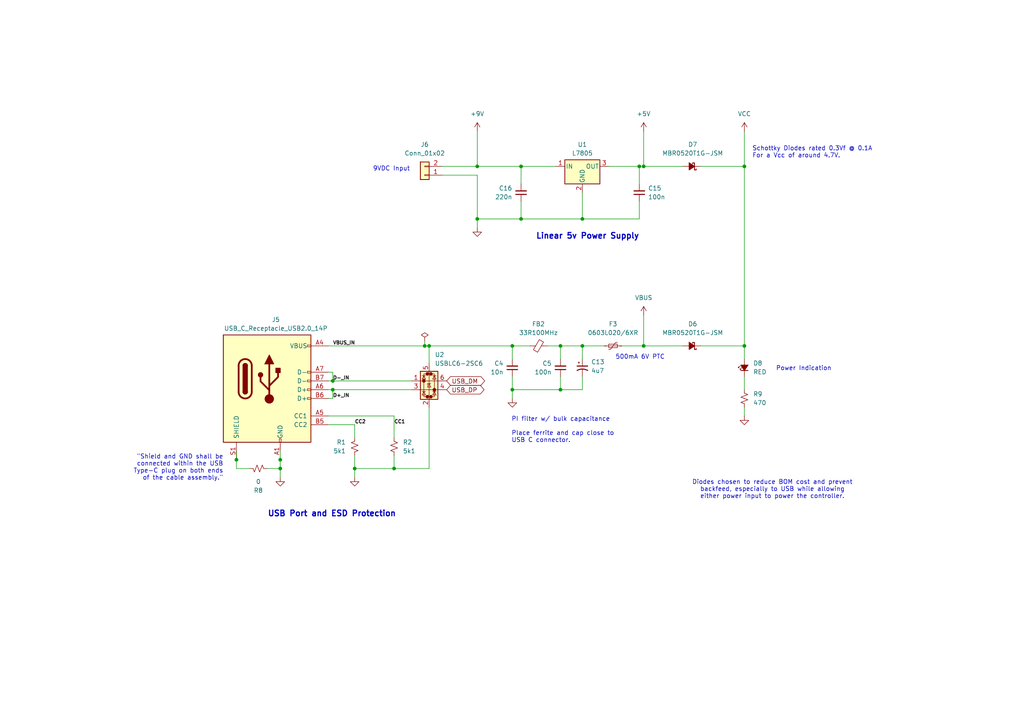
<source format=kicad_sch>
(kicad_sch (version 20250114) (generator "eeschema") (generator_version "9.0")
  (paper "A4")
  (lib_symbols
    (symbol "Connector:USB_C_Receptacle_USB2.0_14P" (pin_names (offset 1.016))
      (property "Reference" "J2" (at 0 26.67 0))
      (property "Value" "USB_C_Receptacle_USB2.0_14P" (at 0 24.13 0))
      (symbol "USB_C_Receptacle_USB2.0_14P_0_0"
        (rectangle (start 1.016 -8.89) (end 1.524 -7.874))
        (rectangle (start 10.16 19.304) (end 9.144 18.796))
        (rectangle (start 10.16 11.684) (end 9.144 11.176))
        (rectangle (start 10.16 9.144) (end 9.144 8.636))
        (rectangle (start 10.16 6.604) (end 9.144 6.096))
        (rectangle (start 10.16 4.064) (end 9.144 3.556))
      )
      (symbol "USB_C_Receptacle_USB2.0_14P_0_1"
        (rectangle (start -15.24 22.225) (end 10.16 -8.89) (stroke (width 0.254)) (fill (type background)))
        (polyline (pts (xy -10.795 5.715) (xy -10.795 13.335)) (stroke (width 0.508)))
        (rectangle (start -9.525 5.715) (end -8.255 13.335) (stroke (width 0.254)) (fill (type outline)))
        (arc (start -9.525 13.335) (mid -8.89 13.9673) (end -8.255 13.335) (stroke (width 0.254)))
        (arc (start -9.525 13.335) (mid -8.89 13.9673) (end -8.255 13.335) (stroke (width 0.254)) (fill (type outline)))
        (arc (start -10.795 13.335) (mid -8.89 15.2317) (end -6.985 13.335) (stroke (width 0.508)))
        (arc (start -6.985 5.715) (mid -8.89 3.8183) (end -10.795 5.715) (stroke (width 0.508)))
        (arc (start -8.255 5.715) (mid -8.89 5.0827) (end -9.525 5.715) (stroke (width 0.254)))
        (arc (start -8.255 5.715) (mid -8.89 5.0827) (end -9.525 5.715) (stroke (width 0.254)) (fill (type outline)))
        (polyline (pts (xy -6.985 13.335) (xy -6.985 5.715)) (stroke (width 0.508)))
        (circle (center -4.445 10.668) (radius 0.635) (stroke (width 0.254)) (fill (type outline)))
        (polyline (pts (xy -3.175 13.843) (xy -1.905 16.383) (xy -0.635 13.843) (xy -3.175 13.843)) (stroke (width 0.254)) (fill (type outline)))
        (polyline (pts (xy -1.905 7.493) (xy 0.635 10.033) (xy 0.635 11.303)) (stroke (width 0.508)))
        (polyline (pts (xy -1.905 6.223) (xy -4.445 8.763) (xy -4.445 10.033)) (stroke (width 0.508)))
        (circle (center -1.905 3.683) (radius 1.27) (fill (type outline)))
        (polyline (pts (xy -1.905 3.683) (xy -1.905 13.843)) (stroke (width 0.508)))
        (rectangle (start 0 11.303) (end 1.27 12.573) (stroke (width 0.254)) (fill (type outline)))
      )
      (symbol "USB_C_Receptacle_USB2.0_14P_1_1"
        (pin passive line (at -11.43 -13.97 90) (length 5.08) (name "SHIELD") (number "S1"))
        (pin passive line (at 1.27 -13.97 90) (length 5.08) (name "GND") (number "A1"))
        (pin passive line (at 1.27 -13.97 90) (length 5.08) (hide yes) (name "GND") (number "A12"))
        (pin passive line (at 1.27 -13.97 90) (length 5.08) (hide yes) (name "GND") (number "B1"))
        (pin passive line (at 1.27 -13.97 90) (length 5.08) (hide yes) (name "GND") (number "B12"))
        (pin passive line (at 15.24 19.05 180) (length 5.08) (name "VBUS") (number "A4"))
        (pin passive line (at 15.24 19.05 180) (length 5.08) (hide yes) (name "VBUS") (number "A9"))
        (pin passive line (at 15.24 19.05 180) (length 5.08) (hide yes) (name "VBUS") (number "B4"))
        (pin passive line (at 15.24 19.05 180) (length 5.08) (hide yes) (name "VBUS") (number "B9"))
        (pin bidirectional line (at 15.24 11.43 180) (length 5.08) (name "D-") (number "A7"))
        (pin bidirectional line (at 15.24 8.89 180) (length 5.08) (name "D-") (number "B7"))
        (pin bidirectional line (at 15.24 6.35 180) (length 5.08) (name "D+") (number "A6"))
        (pin bidirectional line (at 15.24 3.81 180) (length 5.08) (name "D+") (number "B6"))
        (pin bidirectional line (at 15.24 -1.27 180) (length 5.08) (name "CC1") (number "A5"))
        (pin bidirectional line (at 15.24 -3.81 180) (length 5.08) (name "CC2") (number "B5"))
      )
    )
    (symbol "Connector_Generic:Conn_01x02" (pin_names (offset 1.016) (hide yes))
      (property "Reference" "J" (at 0 2.54 0))
      (property "Value" "Conn_01x02" (at 0 -5.08 0))
      (symbol "Conn_01x02_1_1"
        (rectangle (start -1.27 1.27) (end 1.27 -3.81) (stroke (width 0.254)) (fill (type background)))
        (rectangle (start -1.27 0.127) (end 0 -0.127) (stroke (width 0.1524)))
        (rectangle (start -1.27 -2.413) (end 0 -2.667) (stroke (width 0.1524)))
        (pin passive line (at -5.08 0 0) (length 3.81) (name "Pin_1") (number "1"))
        (pin passive line (at -5.08 -2.54 0) (length 3.81) (name "Pin_2") (number "2"))
      )
    )
    (symbol "Device:C_Polarized_Small_US" (pin_numbers (hide yes)) (pin_names (offset 0.254) (hide yes))
      (property "Reference" "C" (at 0.254 1.778 0))
      (property "Value" "C_Polarized_Small_US" (at 0.254 -2.032 0))
      (symbol "C_Polarized_Small_US_0_1"
        (polyline (pts (xy -1.524 0.508) (xy 1.524 0.508)) (stroke (width 0.3048)))
        (polyline (pts (xy -1.27 1.524) (xy -0.762 1.524)))
        (polyline (pts (xy -1.016 1.27) (xy -1.016 1.778)))
        (arc (start -1.524 -0.762) (mid 0 -0.3734) (end 1.524 -0.762) (stroke (width 0.3048)))
      )
      (symbol "C_Polarized_Small_US_1_1"
        (pin passive line (at 0 2.54 270) (length 2.032) (name "~") (number "1"))
        (pin passive line (at 0 -2.54 90) (length 2.032) (name "~") (number "2"))
      )
    )
    (symbol "Device:C_Small" (pin_numbers (hide yes)) (pin_names (offset 0.254) (hide yes))
      (property "Reference" "C" (at 0.254 1.778 0))
      (property "Value" "C_Small" (at 0.254 -2.032 0))
      (symbol "C_Small_0_1"
        (polyline (pts (xy -1.524 0.508) (xy 1.524 0.508)) (stroke (width 0.3048)))
        (polyline (pts (xy -1.524 -0.508) (xy 1.524 -0.508)) (stroke (width 0.3302)))
      )
      (symbol "C_Small_1_1"
        (pin passive line (at 0 2.54 270) (length 2.032) (name "~") (number "1"))
        (pin passive line (at 0 -2.54 90) (length 2.032) (name "~") (number "2"))
      )
    )
    (symbol "Device:D_Schottky_Small_Filled" (pin_numbers (hide yes)) (pin_names (offset 0.254) (hide yes))
      (property "Reference" "D" (at -1.27 2.032 0))
      (property "Value" "D_Schottky_Small_Filled" (at -7.112 -2.032 0))
      (symbol "D_Schottky_Small_Filled_0_1"
        (polyline (pts (xy -1.27 0.762) (xy -1.27 1.016) (xy -0.762 1.016) (xy -0.762 -1.016) (xy -0.254 -1.016) (xy -0.254 -0.762)) (stroke (width 0.254)))
        (polyline (pts (xy -0.762 0) (xy 0.762 0)))
        (polyline (pts (xy 0.762 -1.016) (xy -0.762 0) (xy 0.762 1.016) (xy 0.762 -1.016)) (stroke (width 0.254)) (fill (type outline)))
      )
      (symbol "D_Schottky_Small_Filled_1_1"
        (pin passive line (at -2.54 0 0) (length 1.778) (name "K") (number "1"))
        (pin passive line (at 2.54 0 180) (length 1.778) (name "A") (number "2"))
      )
    )
    (symbol "Device:FerriteBead_Small" (pin_numbers (hide yes)) (pin_names (offset 0))
      (property "Reference" "FB" (at 1.905 1.27 0))
      (property "Value" "FerriteBead_Small" (at 1.905 -1.27 0))
      (symbol "FerriteBead_Small_0_1"
        (polyline (pts (xy -1.8288 0.2794) (xy -1.1176 1.4986) (xy 1.8288 -0.2032) (xy 1.1176 -1.4224) (xy -1.8288 0.2794)))
        (polyline (pts (xy 0 0.889) (xy 0 1.2954)))
        (polyline (pts (xy 0 -1.27) (xy 0 -0.7874)))
      )
      (symbol "FerriteBead_Small_1_1"
        (pin passive line (at 0 2.54 270) (length 1.27) (name "~") (number "1"))
        (pin passive line (at 0 -2.54 90) (length 1.27) (name "~") (number "2"))
      )
    )
    (symbol "Device:LED_Small_Filled" (pin_numbers (hide yes)) (pin_names (offset 0.254) (hide yes))
      (property "Reference" "D" (at -1.27 3.175 0))
      (property "Value" "LED_Small_Filled" (at -4.445 -2.54 0))
      (symbol "LED_Small_Filled_0_1"
        (polyline (pts (xy -0.762 -1.016) (xy -0.762 1.016)) (stroke (width 0.254)))
        (polyline (pts (xy 0 0.762) (xy -0.508 1.27) (xy -0.254 1.27) (xy -0.508 1.27) (xy -0.508 1.016)))
        (polyline (pts (xy 0.508 1.27) (xy 0 1.778) (xy 0.254 1.778) (xy 0 1.778) (xy 0 1.524)))
        (polyline (pts (xy 0.762 -1.016) (xy -0.762 0) (xy 0.762 1.016) (xy 0.762 -1.016)) (stroke (width 0.254)) (fill (type outline)))
        (polyline (pts (xy 1.016 0) (xy -0.762 0)))
      )
      (symbol "LED_Small_Filled_1_1"
        (pin passive line (at -2.54 0 0) (length 1.778) (name "K") (number "1"))
        (pin passive line (at 2.54 0 180) (length 1.778) (name "A") (number "2"))
      )
    )
    (symbol "Device:Polyfuse_Small" (pin_numbers (hide yes)) (pin_names (offset 0))
      (property "Reference" "F" (at -1.905 0 90))
      (property "Value" "Polyfuse_Small" (at 1.905 0 90))
      (symbol "Polyfuse_Small_0_1"
        (polyline (pts (xy -1.016 1.27) (xy -1.016 0.762) (xy 1.016 -0.762) (xy 1.016 -1.27)))
        (rectangle (start -0.508 1.27) (end 0.508 -1.27))
        (polyline (pts (xy 0 2.54) (xy 0 -2.54)))
      )
      (symbol "Polyfuse_Small_1_1"
        (pin passive line (at 0 2.54 270) (length 0.635) (name "~") (number "1"))
        (pin passive line (at 0 -2.54 90) (length 0.635) (name "~") (number "2"))
      )
    )
    (symbol "Device:R_Small_US" (pin_numbers (hide yes)) (pin_names (offset 0.254) (hide yes))
      (property "Reference" "R" (at 0.762 0.508 0))
      (property "Value" "R_Small_US" (at 0.762 -1.016 0))
      (symbol "R_Small_US_1_1"
        (polyline (pts (xy 0 1.524) (xy 1.016 1.143) (xy 0 0.762) (xy -1.016 0.381) (xy 0 0)))
        (polyline (pts (xy 0 0) (xy 1.016 -0.381) (xy 0 -0.762) (xy -1.016 -1.143) (xy 0 -1.524)))
        (pin passive line (at 0 2.54 270) (length 1.016) (name "~") (number "1"))
        (pin passive line (at 0 -2.54 90) (length 1.016) (name "~") (number "2"))
      )
    )
    (symbol "Power_Protection:USBLC6-2SC6" (pin_names (hide yes))
      (property "Reference" "U" (at 0.635 5.715 0))
      (property "Value" "USBLC6-2SC6" (at 0.635 3.81 0))
      (symbol "USBLC6-2SC6_0_0"
        (circle (center -1.524 0) (radius 0.0001) (stroke (width 0.508)))
        (circle (center -0.508 2.032) (radius 0.0001) (stroke (width 0.508)))
        (circle (center -0.508 -4.572) (radius 0.0001) (stroke (width 0.508)))
        (circle (center 0.508 2.032) (radius 0.0001) (stroke (width 0.508)))
        (circle (center 0.508 -4.572) (radius 0.0001) (stroke (width 0.508)))
        (circle (center 1.524 -2.54) (radius 0.0001) (stroke (width 0.508)))
      )
      (symbol "USBLC6-2SC6_0_1"
        (polyline (pts (xy -2.54 0) (xy 2.54 0)))
        (polyline (pts (xy -2.54 -2.54) (xy 2.54 -2.54)))
        (polyline (pts (xy -2.032 0.508) (xy -1.016 0.508) (xy -1.524 1.524) (xy -2.032 0.508)))
        (polyline (pts (xy -2.032 -3.048) (xy -1.016 -3.048)))
        (polyline (pts (xy -1.016 1.524) (xy -2.032 1.524)))
        (polyline (pts (xy -1.016 -4.064) (xy -2.032 -4.064) (xy -1.524 -3.048) (xy -1.016 -4.064)))
        (polyline (pts (xy -0.508 -1.143) (xy -0.508 -0.762) (xy 0.508 -0.762)))
        (polyline (pts (xy 0 2.54) (xy -0.508 2.032) (xy 0.508 2.032) (xy 0 1.524) (xy 0 -4.064) (xy -0.508 -4.572) (xy 0.508 -4.572) (xy 0 -5.08)))
        (polyline (pts (xy 0.508 -1.778) (xy -0.508 -1.778) (xy 0 -0.762) (xy 0.508 -1.778)))
        (polyline (pts (xy 1.016 1.524) (xy 2.032 1.524)))
        (polyline (pts (xy 1.016 -3.048) (xy 2.032 -3.048)))
        (polyline (pts (xy 2.032 0.508) (xy 1.016 0.508) (xy 1.524 1.524) (xy 2.032 0.508)))
        (polyline (pts (xy 2.032 -4.064) (xy 1.016 -4.064) (xy 1.524 -3.048) (xy 2.032 -4.064)))
      )
      (symbol "USBLC6-2SC6_1_1"
        (rectangle (start -2.54 2.794) (end 2.54 -5.334) (stroke (width 0.254)) (fill (type background)))
        (polyline (pts (xy -0.508 2.032) (xy -1.524 2.032) (xy -1.524 -4.572) (xy -0.508 -4.572)))
        (polyline (pts (xy 0.508 -4.572) (xy 1.524 -4.572) (xy 1.524 2.032) (xy 0.508 2.032)))
        (pin passive line (at -5.08 0 0) (length 2.54) (name "I/O1") (number "1"))
        (pin passive line (at -5.08 -2.54 0) (length 2.54) (name "I/O2") (number "3"))
        (pin passive line (at 0 5.08 270) (length 2.54) (name "VBUS") (number "5"))
        (pin passive line (at 0 -7.62 90) (length 2.54) (name "GND") (number "2"))
        (pin passive line (at 5.08 0 180) (length 2.54) (name "I/O1") (number "6"))
        (pin passive line (at 5.08 -2.54 180) (length 2.54) (name "I/O2") (number "4"))
      )
    )
    (symbol "Regulator_Linear:L7805" (pin_names (offset 0.254))
      (property "Reference" "U" (at -3.81 3.175 0))
      (property "Value" "L7805" (at 0 3.175 0))
      (symbol "L7805_0_1"
        (rectangle (start -5.08 1.905) (end 5.08 -5.08) (stroke (width 0.254)) (fill (type background)))
      )
      (symbol "L7805_1_1"
        (pin power_in line (at -7.62 0 0) (length 2.54) (name "IN") (number "1"))
        (pin power_in line (at 0 -7.62 90) (length 2.54) (name "GND") (number "2"))
        (pin power_out line (at 7.62 0 180) (length 2.54) (name "OUT") (number "3"))
      )
    )
    (symbol "power:+5V" (power) (pin_numbers (hide yes)) (pin_names (offset 0) (hide yes))
      (property "Value" "+5V" (at 0 3.556 0))
      (symbol "+5V_0_1"
        (polyline (pts (xy -0.762 1.27) (xy 0 2.54)))
        (polyline (pts (xy 0 2.54) (xy 0.762 1.27)))
        (polyline (pts (xy 0 0) (xy 0 2.54)))
      )
      (symbol "+5V_1_1"
        (pin power_in line (at 0 0 90) (length 0) (name "~") (number "1"))
      )
    )
    (symbol "power:+9V" (power) (pin_numbers (hide yes)) (pin_names (offset 0) (hide yes))
      (property "Value" "+9V" (at 0 3.556 0))
      (symbol "+9V_0_1"
        (polyline (pts (xy -0.762 1.27) (xy 0 2.54)))
        (polyline (pts (xy 0 2.54) (xy 0.762 1.27)))
        (polyline (pts (xy 0 0) (xy 0 2.54)))
      )
      (symbol "+9V_1_1"
        (pin power_in line (at 0 0 90) (length 0) (name "~") (number "1"))
      )
    )
    (symbol "power:GND" (power) (pin_numbers (hide yes)) (pin_names (offset 0) (hide yes))
      (property "Value" "GND" (at 0 -3.81 0))
      (symbol "GND_0_1"
        (polyline (pts (xy 0 0) (xy 0 -1.27) (xy 1.27 -1.27) (xy 0 -2.54) (xy -1.27 -1.27) (xy 0 -1.27)))
      )
      (symbol "GND_1_1"
        (pin power_in line (at 0 0 270) (length 0) (name "~") (number "1"))
      )
    )
    (symbol "power:PWR_FLAG" (power) (pin_numbers (hide yes)) (pin_names (offset 0) (hide yes))
      (property "Value" "PWR_FLAG" (at 0 3.81 0))
      (symbol "PWR_FLAG_0_0"
        (pin power_out line (at 0 0 90) (length 0) (name "~") (number "1"))
      )
      (symbol "PWR_FLAG_0_1"
        (polyline (pts (xy 0 0) (xy 0 1.27) (xy -1.016 1.905) (xy 0 2.54) (xy 1.016 1.905) (xy 0 1.27)))
      )
    )
    (symbol "power:VBUS" (power) (pin_numbers (hide yes)) (pin_names (offset 0) (hide yes))
      (property "Value" "VBUS" (at 0 3.556 0))
      (symbol "VBUS_0_1"
        (polyline (pts (xy -0.762 1.27) (xy 0 2.54)))
        (polyline (pts (xy 0 2.54) (xy 0.762 1.27)))
        (polyline (pts (xy 0 0) (xy 0 2.54)))
      )
      (symbol "VBUS_1_1"
        (pin power_in line (at 0 0 90) (length 0) (name "~") (number "1"))
      )
    )
    (symbol "power:VCC" (power) (pin_numbers (hide yes)) (pin_names (offset 0) (hide yes))
      (property "Value" "VCC" (at 0 3.556 0))
      (symbol "VCC_0_1"
        (polyline (pts (xy -0.762 1.27) (xy 0 2.54)))
        (polyline (pts (xy 0 2.54) (xy 0.762 1.27)))
        (polyline (pts (xy 0 0) (xy 0 2.54)))
      )
      (symbol "VCC_1_1"
        (pin power_in line (at 0 0 90) (length 0) (name "~") (number "1"))
      )
    )
  )
  (text "9VDC Input" (at 113.538 49.022 0) (effects (font (size 1.27 1.27))))
  (text "Linear 5v Power Supply" (at 170.434 68.58 0) (effects (font (size 1.651 1.651) (thickness 0.3302) (bold yes))))
  (text "\"Shield and GND shall be\nconnected within the USB\nType-C plug on both ends\nof the cable assembly.\"" (at 64.77 135.636 0) (effects (font (size 1.27 1.27)) (justify right)))
  (text "Diodes chosen to reduce BOM cost and prevent\nbackfeed, especially to USB while allowing\neither power input to power the controller." (at 224.028 141.986 0) (effects (font (size 1.27 1.27))))
  (text "PI filter w/ bulk capacitance\n\nPlace ferrite and cap close to\nUSB C connector." (at 148.336 124.714 0) (effects (font (size 1.27 1.27)) (justify left)))
  (text "500mA 6V PTC" (at 185.674 103.632 0) (effects (font (size 1.27 1.27))))
  (text "Power Indication" (at 225.044 106.934 0) (effects (font (size 1.27 1.27)) (justify left)))
  (text "Schottky Diodes rated 0.3Vf @ 0.1A\nFor a Vcc of around 4.7V." (at 218.186 44.196 0) (effects (font (size 1.27 1.27)) (justify left)))
  (text "USB Port and ESD Protection" (at 96.266 149.098 0) (effects (font (size 1.651 1.651) (thickness 0.3302) (bold yes))))
  (junction (at 215.9 48.26))
  (junction (at 168.91 63.5))
  (junction (at 148.59 113.03))
  (junction (at 102.87 135.89))
  (junction (at 138.43 48.26))
  (junction (at 96.52 113.03))
  (junction (at 185.42 48.26))
  (junction (at 186.69 48.26))
  (junction (at 81.28 133.35))
  (junction (at 162.56 113.03))
  (junction (at 81.28 135.89))
  (junction (at 138.43 63.5))
  (junction (at 151.13 63.5))
  (junction (at 96.52 110.49))
  (junction (at 114.3 135.89))
  (junction (at 215.9 100.33))
  (junction (at 68.58 133.35))
  (junction (at 162.56 100.33))
  (junction (at 148.59 100.33))
  (junction (at 186.69 100.33))
  (junction (at 124.46 100.33))
  (junction (at 168.91 100.33))
  (junction (at 123.19 100.33))
  (junction (at 151.13 48.26))
  (wire (pts (xy 95.25 110.49) (xy 96.52 110.49)))
  (wire (pts (xy 215.9 118.11) (xy 215.9 120.65)))
  (wire (pts (xy 123.19 99.06) (xy 123.19 100.33)))
  (wire (pts (xy 151.13 63.5) (xy 138.43 63.5)))
  (wire (pts (xy 215.9 100.33) (xy 203.2 100.33)))
  (wire (pts (xy 186.69 48.26) (xy 185.42 48.26)))
  (wire (pts (xy 168.91 100.33) (xy 168.91 104.14)))
  (wire (pts (xy 114.3 132.08) (xy 114.3 135.89)))
  (wire (pts (xy 124.46 100.33) (xy 124.46 105.41)))
  (wire (pts (xy 168.91 55.88) (xy 168.91 63.5)))
  (wire (pts (xy 96.52 110.49) (xy 119.38 110.49)))
  (wire (pts (xy 168.91 109.22) (xy 168.91 113.03)))
  (wire (pts (xy 151.13 58.42) (xy 151.13 63.5)))
  (wire (pts (xy 138.43 66.04) (xy 138.43 63.5)))
  (wire (pts (xy 185.42 58.42) (xy 185.42 63.5)))
  (wire (pts (xy 158.75 100.33) (xy 162.56 100.33)))
  (wire (pts (xy 186.69 91.44) (xy 186.69 100.33)))
  (wire (pts (xy 95.25 113.03) (xy 96.52 113.03)))
  (wire (pts (xy 81.28 135.89) (xy 77.47 135.89)))
  (wire (pts (xy 96.52 115.57) (xy 96.52 113.03)))
  (wire (pts (xy 148.59 113.03) (xy 162.56 113.03)))
  (wire (pts (xy 124.46 100.33) (xy 148.59 100.33)))
  (wire (pts (xy 215.9 100.33) (xy 215.9 104.14)))
  (wire (pts (xy 96.52 110.49) (xy 96.52 107.95)))
  (wire (pts (xy 162.56 100.33) (xy 168.91 100.33)))
  (wire (pts (xy 186.69 38.1) (xy 186.69 48.26)))
  (wire (pts (xy 180.34 100.33) (xy 186.69 100.33)))
  (wire (pts (xy 68.58 135.89) (xy 72.39 135.89)))
  (wire (pts (xy 114.3 135.89) (xy 124.46 135.89)))
  (wire (pts (xy 168.91 100.33) (xy 175.26 100.33)))
  (wire (pts (xy 148.59 100.33) (xy 153.67 100.33)))
  (wire (pts (xy 81.28 130.81) (xy 81.28 133.35)))
  (wire (pts (xy 114.3 120.65) (xy 114.3 127)))
  (wire (pts (xy 96.52 107.95) (xy 95.25 107.95)))
  (wire (pts (xy 176.53 48.26) (xy 185.42 48.26)))
  (wire (pts (xy 185.42 53.34) (xy 185.42 48.26)))
  (wire (pts (xy 138.43 48.26) (xy 128.27 48.26)))
  (wire (pts (xy 168.91 63.5) (xy 151.13 63.5)))
  (wire (pts (xy 102.87 127) (xy 102.87 123.19)))
  (wire (pts (xy 138.43 50.8) (xy 128.27 50.8)))
  (wire (pts (xy 138.43 63.5) (xy 138.43 50.8)))
  (wire (pts (xy 148.59 109.22) (xy 148.59 113.03)))
  (wire (pts (xy 138.43 48.26) (xy 151.13 48.26)))
  (wire (pts (xy 95.25 100.33) (xy 123.19 100.33)))
  (wire (pts (xy 68.58 133.35) (xy 68.58 135.89)))
  (wire (pts (xy 215.9 38.1) (xy 215.9 48.26)))
  (wire (pts (xy 102.87 135.89) (xy 102.87 138.43)))
  (wire (pts (xy 215.9 109.22) (xy 215.9 113.03)))
  (wire (pts (xy 148.59 113.03) (xy 148.59 115.57)))
  (wire (pts (xy 162.56 113.03) (xy 168.91 113.03)))
  (wire (pts (xy 81.28 133.35) (xy 81.28 135.89)))
  (wire (pts (xy 186.69 48.26) (xy 198.12 48.26)))
  (wire (pts (xy 138.43 38.1) (xy 138.43 48.26)))
  (wire (pts (xy 96.52 113.03) (xy 119.38 113.03)))
  (wire (pts (xy 123.19 100.33) (xy 124.46 100.33)))
  (wire (pts (xy 95.25 120.65) (xy 114.3 120.65)))
  (wire (pts (xy 124.46 118.11) (xy 124.46 135.89)))
  (wire (pts (xy 81.28 135.89) (xy 81.28 138.43)))
  (wire (pts (xy 186.69 100.33) (xy 198.12 100.33)))
  (wire (pts (xy 203.2 48.26) (xy 215.9 48.26)))
  (wire (pts (xy 162.56 109.22) (xy 162.56 113.03)))
  (wire (pts (xy 185.42 63.5) (xy 168.91 63.5)))
  (wire (pts (xy 95.25 115.57) (xy 96.52 115.57)))
  (wire (pts (xy 102.87 135.89) (xy 114.3 135.89)))
  (wire (pts (xy 215.9 48.26) (xy 215.9 100.33)))
  (wire (pts (xy 102.87 123.19) (xy 95.25 123.19)))
  (wire (pts (xy 68.58 130.81) (xy 68.58 133.35)))
  (wire (pts (xy 148.59 100.33) (xy 148.59 104.14)))
  (wire (pts (xy 102.87 132.08) (xy 102.87 135.89)))
  (wire (pts (xy 151.13 48.26) (xy 161.29 48.26)))
  (wire (pts (xy 162.56 100.33) (xy 162.56 104.14)))
  (wire (pts (xy 151.13 53.34) (xy 151.13 48.26)))
  (label "VBUS_IN" (at 96.52 100.33 0) (effects (font (size 1.016 1.016) (thickness 0.2032) (bold yes))))
  (label "D-_IN" (at 96.52 110.49 0) (effects (font (size 1.016 1.016) (thickness 0.2032) (bold yes))))
  (label "CC1" (at 114.3 123.19 0) (effects (font (size 1.016 1.016) (thickness 0.2032) (bold yes))))
  (label "D+_IN" (at 96.52 115.57 0) (effects (font (size 1.016 1.016) (thickness 0.2032) (bold yes))))
  (label "CC2" (at 102.87 123.19 0) (effects (font (size 1.016 1.016) (thickness 0.2032) (bold yes))))
  (global_label "USB_DM" (shape bidirectional) (at 129.54 110.49 0) (property "Intersheetrefs" "${INTERSHEET_REFS}" (effects (hide yes))))
  (global_label "USB_DP" (shape bidirectional) (at 129.54 113.03 0) (property "Intersheetrefs" "${INTERSHEET_REFS}" (effects (hide yes))))
  (symbol (lib_id "power:VBUS") (at 186.69 91.44 0) (unit 1)
    (property "Reference" "#PWR036" (effects (hide yes)))
    (property "Value" "VBUS" (at 186.69 86.36 0))
    (property "Description" "Power symbol creates a global label with name \"VBUS\"" (effects (hide yes)))
  )
  (symbol (lib_id "power:GND") (at 81.28 138.43 0) (unit 1)
    (property "Reference" "#PWR03" (effects (hide yes)))
    (property "Value" "GND" (effects (hide yes)))
    (property "Description" "Power symbol creates a global label with name \"GND\" , ground" (effects (hide yes)))
  )
  (symbol (lib_id "power:GND") (at 138.43 66.04 0) (unit 1)
    (property "Reference" "#PWR04" (effects (hide yes)))
    (property "Value" "GND" (effects (hide yes)))
    (property "Description" "Power symbol creates a global label with name \"GND\" , ground" (effects (hide yes)))
  )
  (symbol (lib_id "Device:R_Small_US") (at 102.87 129.54 0) (mirror x) (unit 1)
    (property "Reference" "R1" (at 100.33 128.2699 0) (effects (justify right)))
    (property "Value" "5k1" (at 100.33 130.8099 0) (effects (justify right)))
    (property "Footprint" "Resistor_SMD:R_0402_1005Metric" (effects (hide yes)))
    (property "Description" "Resistor, small US symbol" (effects (hide yes)))
  )
  (symbol (lib_id "power:+9V") (at 138.43 38.1 0) (unit 1)
    (property "Reference" "#PWR03" (effects (hide yes)))
    (property "Value" "+9V" (at 138.43 33.02 0))
    (property "Description" "Power symbol creates a global label with name \"+9V\"" (effects (hide yes)))
  )
  (symbol (lib_id "Device:R_Small_US") (at 114.3 129.54 180) (unit 1)
    (property "Reference" "R2" (at 116.84 128.2699 0) (effects (justify right)))
    (property "Value" "5k1" (at 116.84 130.8099 0) (effects (justify right)))
    (property "Footprint" "Resistor_SMD:R_0402_1005Metric" (effects (hide yes)))
    (property "Description" "Resistor, small US symbol" (effects (hide yes)))
  )
  (symbol (lib_id "Device:C_Small") (at 148.59 106.68 0) (mirror x) (unit 1)
    (property "Reference" "C4" (at 146.05 105.4035 0) (effects (justify right)))
    (property "Value" "10n" (at 146.05 107.9435 0) (effects (justify right)))
    (property "Footprint" "Capacitor_SMD:C_0402_1005Metric" (effects (hide yes)))
    (property "Description" "Unpolarized capacitor, small symbol" (effects (hide yes)))
    (property "Type" "X7R" (effects (hide yes)))
  )
  (symbol (lib_id "power:PWR_FLAG") (at 123.19 99.06 0) (unit 1)
    (property "Reference" "#FLG01" (effects (hide yes)))
    (property "Value" "PWR_FLAG" (effects (hide yes)))
    (property "Description" "Special symbol for telling ERC where power comes from" (effects (hide yes)))
  )
  (symbol (lib_id "Device:D_Schottky_Small_Filled") (at 200.66 48.26 180) (unit 1)
    (property "Reference" "D7" (at 200.914 41.91 0))
    (property "Value" "MBR0520T1G-JSM" (at 200.914 44.45 0))
    (property "Footprint" "Diode_SMD:D_SOD-123" (effects (hide yes)))
    (property "Description" "Schottky diode, small symbol, filled shape" (effects (hide yes)))
  )
  (symbol (lib_id "Device:R_Small_US") (at 74.93 135.89 90) (mirror x) (unit 1)
    (property "Reference" "R8" (at 74.93 142.24 90))
    (property "Value" "0" (at 74.93 139.7 90))
    (property "Footprint" "Resistor_SMD:R_0402_1005Metric" (effects (hide yes)))
    (property "Description" "Resistor, small US symbol" (effects (hide yes)))
  )
  (symbol (lib_id "power:GND") (at 102.87 138.43 0) (unit 1)
    (property "Reference" "#PWR04" (effects (hide yes)))
    (property "Value" "GND" (effects (hide yes)))
    (property "Description" "Power symbol creates a global label with name \"GND\" , ground" (effects (hide yes)))
  )
  (symbol (lib_id "Device:C_Polarized_Small_US") (at 168.91 106.68 0) (unit 1)
    (property "Reference" "C13" (at 171.45 104.9781 0) (effects (justify left)))
    (property "Value" "4u7" (at 171.45 107.5181 0) (effects (justify left)))
    (property "Footprint" "Capacitor_SMD:CP_Elec_4x5.4" (effects (hide yes)))
    (property "Description" "Polarized capacitor, small US symbol" (effects (hide yes)))
  )
  (symbol (lib_id "Power_Protection:USBLC6-2SC6") (at 124.46 110.49 0) (unit 1)
    (property "Reference" "U2" (at 126.1111 102.87 0) (effects (justify left)))
    (property "Value" "USBLC6-2SC6" (at 126.1111 105.41 0) (effects (justify left)))
    (property "Footprint" "Package_TO_SOT_SMD:SOT-23-6" (effects (hide yes)))
    (property "Datasheet" "https://www.st.com/resource/en/datasheet/usblc6-2.pdf" (effects (hide yes)))
    (property "Description" "Very low capacitance ESD protection diode, 2 data-line, SOT-23-6" (effects (hide yes)))
  )
  (symbol (lib_id "Device:FerriteBead_Small") (at 156.21 100.33 90) (unit 1)
    (property "Reference" "FB2" (at 156.1719 93.98 90))
    (property "Value" "33R100MHz" (at 156.1719 96.52 90))
    (property "Footprint" "Inductor_SMD:L_0402_1005Metric" (effects (hide yes)))
    (property "Description" "Ferrite bead, small symbol" (effects (hide yes)))
  )
  (symbol (lib_id "Device:LED_Small_Filled") (at 215.9 106.68 90) (unit 1)
    (property "Reference" "D8" (at 218.44 105.3464 90) (effects (justify right)))
    (property "Value" "RED" (at 218.44 107.8864 90) (effects (justify right)))
    (property "Footprint" "LED_SMD:LED_0603_1608Metric" (effects (hide yes)))
    (property "Description" "Light emitting diode, small symbol, filled shape" (effects (hide yes)))
  )
  (symbol (lib_id "Device:R_Small_US") (at 215.9 115.57 0) (unit 1)
    (property "Reference" "R9" (at 218.44 114.2999 0) (effects (justify left)))
    (property "Value" "470" (at 218.44 116.8399 0) (effects (justify left)))
    (property "Footprint" "Resistor_SMD:R_0402_1005Metric" (effects (hide yes)))
    (property "Description" "Resistor, small US symbol" (effects (hide yes)))
  )
  (symbol (lib_id "power:GND") (at 148.59 115.57 0) (unit 1)
    (property "Reference" "#PWR06" (effects (hide yes)))
    (property "Value" "GND" (effects (hide yes)))
    (property "Description" "Power symbol creates a global label with name \"GND\" , ground" (effects (hide yes)))
  )
  (symbol (lib_id "Connector:USB_C_Receptacle_USB2.0_14P") (at 80.01 119.38 0) (unit 1)
    (property "Reference" "J5" (at 80.01 92.71 0))
    (property "Value" "USB_C_Receptacle_USB2.0_14P" (at 80.01 95.25 0))
    (property "Footprint" "Connector_USB:USB_C_Receptacle_HRO_TYPE-C-31-M-12" (effects (hide yes)))
    (property "Datasheet" "https://www.usb.org/sites/default/files/documents/usb_type-c.zip" (effects (hide yes)))
    (property "Description" "USB 2.0-only 14P Type-C Receptacle connector" (effects (hide yes)))
  )
  (symbol (lib_id "Device:C_Small") (at 151.13 55.88 0) (mirror x) (unit 1)
    (property "Reference" "C16" (at 148.59 54.6035 0) (effects (justify right)))
    (property "Value" "220n" (at 148.59 57.1435 0) (effects (justify right)))
    (property "Footprint" "Capacitor_SMD:C_0402_1005Metric" (effects (hide yes)))
    (property "Description" "Unpolarized capacitor, small symbol" (effects (hide yes)))
  )
  (symbol (lib_id "power:VCC") (at 215.9 38.1 0) (unit 1)
    (property "Reference" "#PWR07" (effects (hide yes)))
    (property "Value" "VCC" (at 215.9 33.02 0))
    (property "Description" "Power symbol creates a global label with name \"VCC\"" (effects (hide yes)))
  )
  (symbol (lib_id "Device:C_Small") (at 185.42 55.88 180) (unit 1)
    (property "Reference" "C15" (at 187.96 54.6035 0) (effects (justify right)))
    (property "Value" "100n" (at 187.96 57.1435 0) (effects (justify right)))
    (property "Footprint" "Capacitor_SMD:C_0402_1005Metric" (effects (hide yes)))
    (property "Description" "Unpolarized capacitor, small symbol" (effects (hide yes)))
  )
  (symbol (lib_id "Device:D_Schottky_Small_Filled") (at 200.66 100.33 180) (unit 1)
    (property "Reference" "D6" (at 200.914 93.98 0))
    (property "Value" "MBR0520T1G-JSM" (at 200.914 96.52 0))
    (property "Footprint" "Diode_SMD:D_SOD-123" (effects (hide yes)))
    (property "Description" "Schottky diode, small symbol, filled shape" (effects (hide yes)))
  )
  (symbol (lib_id "Connector_Generic:Conn_01x02") (at 123.19 50.8 180) (unit 1)
    (property "Reference" "J6" (at 123.19 41.91 0))
    (property "Value" "Conn_01x02" (at 123.19 44.45 0))
    (property "Footprint" "TerminalBlock_Phoenix:TerminalBlock_Phoenix_MKDS-1,5-2-5.08_1x02_P5.08mm_Horizontal" (effects (hide yes)))
    (property "Description" "Generic connector, single row, 01x02, script generated (kicad-library-utils/schlib/autogen/connector/)" (effects (hide yes)))
  )
  (symbol (lib_id "Device:Polyfuse_Small") (at 177.8 100.33 90) (unit 1)
    (property "Reference" "F3" (at 177.8 93.98 90))
    (property "Value" "0603L020/6XR" (at 177.8 96.52 90))
    (property "Footprint" "Fuse:Fuse_0603_1608Metric_Pad1.05x0.95mm_HandSolder" (effects (hide yes)))
    (property "Description" "Resettable fuse, polymeric positive temperature coefficient, small symbol" (effects (hide yes)))
  )
  (symbol (lib_id "Regulator_Linear:L7805") (at 168.91 48.26 0) (unit 1)
    (property "Reference" "U1" (at 168.91 41.91 0))
    (property "Value" "L7805" (at 168.91 44.45 0))
    (property "Footprint" "Package_TO_SOT_SMD:TO-252-3_TabPin2" (effects (hide yes)))
    (property "Datasheet" "http://www.st.com/content/ccc/resource/technical/document/datasheet/41/4f/b3/b0/12/d4/47/88/CD00000444.pdf/files/CD00000444.pdf/jcr:content/translations/en.CD00000444.pdf" (effects (hide yes)))
    (property "Description" "Positive 1.5A 35V Linear Regulator, Fixed Output 5V, TO-220/TO-263/TO-252" (effects (hide yes)))
  )
  (symbol (lib_id "Device:C_Small") (at 162.56 106.68 0) (mirror x) (unit 1)
    (property "Reference" "C5" (at 160.02 105.4035 0) (effects (justify right)))
    (property "Value" "100n" (at 160.02 107.9435 0) (effects (justify right)))
    (property "Footprint" "Capacitor_SMD:C_0402_1005Metric" (effects (hide yes)))
    (property "Description" "Unpolarized capacitor, small symbol" (effects (hide yes)))
  )
  (symbol (lib_id "power:+5V") (at 186.69 38.1 0) (unit 1)
    (property "Reference" "#PWR05" (effects (hide yes)))
    (property "Value" "+5V" (at 186.69 33.02 0))
    (property "Description" "Power symbol creates a global label with name \"+5V\"" (effects (hide yes)))
  )
  (symbol (lib_id "power:GND") (at 215.9 120.65 0) (unit 1)
    (property "Reference" "#PWR09" (effects (hide yes)))
    (property "Value" "GND" (effects (hide yes)))
    (property "Description" "Power symbol creates a global label with name \"GND\" , ground" (effects (hide yes)))
  )
)
</source>
